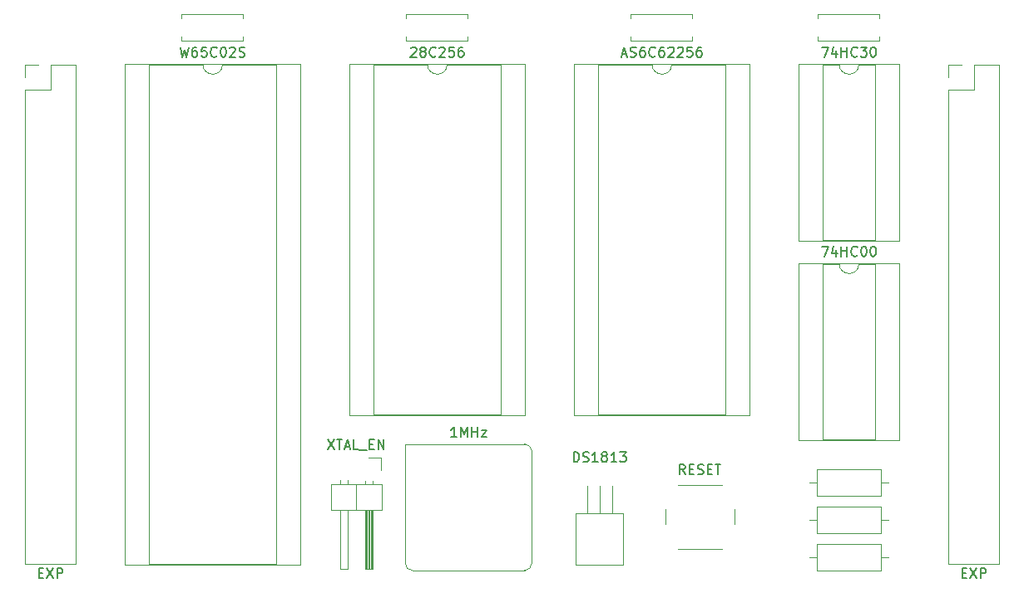
<source format=gbr>
%TF.GenerationSoftware,KiCad,Pcbnew,(5.1.8)-1*%
%TF.CreationDate,2020-12-27T09:28:02+00:00*%
%TF.ProjectId,main-board,6d61696e-2d62-46f6-9172-642e6b696361,rev?*%
%TF.SameCoordinates,Original*%
%TF.FileFunction,Legend,Top*%
%TF.FilePolarity,Positive*%
%FSLAX46Y46*%
G04 Gerber Fmt 4.6, Leading zero omitted, Abs format (unit mm)*
G04 Created by KiCad (PCBNEW (5.1.8)-1) date 2020-12-27 09:28:02*
%MOMM*%
%LPD*%
G01*
G04 APERTURE LIST*
%ADD10C,0.120000*%
%ADD11C,0.150000*%
G04 APERTURE END LIST*
D10*
%TO.C,R3*%
X150400000Y-81815000D02*
X150400000Y-84555000D01*
X150400000Y-84555000D02*
X156940000Y-84555000D01*
X156940000Y-84555000D02*
X156940000Y-81815000D01*
X156940000Y-81815000D02*
X150400000Y-81815000D01*
X149630000Y-83185000D02*
X150400000Y-83185000D01*
X157710000Y-83185000D02*
X156940000Y-83185000D01*
%TO.C,R1*%
X150400000Y-74195000D02*
X150400000Y-76935000D01*
X150400000Y-76935000D02*
X156940000Y-76935000D01*
X156940000Y-76935000D02*
X156940000Y-74195000D01*
X156940000Y-74195000D02*
X150400000Y-74195000D01*
X149630000Y-75565000D02*
X150400000Y-75565000D01*
X157710000Y-75565000D02*
X156940000Y-75565000D01*
%TO.C,C4*%
X150510000Y-27840000D02*
X156750000Y-27840000D01*
X150510000Y-30580000D02*
X156750000Y-30580000D01*
X150510000Y-27840000D02*
X150510000Y-28285000D01*
X150510000Y-30135000D02*
X150510000Y-30580000D01*
X156750000Y-27840000D02*
X156750000Y-28285000D01*
X156750000Y-30135000D02*
X156750000Y-30580000D01*
%TO.C,C3*%
X131460000Y-27840000D02*
X137700000Y-27840000D01*
X131460000Y-30580000D02*
X137700000Y-30580000D01*
X131460000Y-27840000D02*
X131460000Y-28285000D01*
X131460000Y-30135000D02*
X131460000Y-30580000D01*
X137700000Y-27840000D02*
X137700000Y-28285000D01*
X137700000Y-30135000D02*
X137700000Y-30580000D01*
%TO.C,C2*%
X108600000Y-27840000D02*
X114840000Y-27840000D01*
X108600000Y-30580000D02*
X114840000Y-30580000D01*
X108600000Y-27840000D02*
X108600000Y-28285000D01*
X108600000Y-30135000D02*
X108600000Y-30580000D01*
X114840000Y-27840000D02*
X114840000Y-28285000D01*
X114840000Y-30135000D02*
X114840000Y-30580000D01*
%TO.C,C1*%
X85740000Y-27840000D02*
X91980000Y-27840000D01*
X85740000Y-30580000D02*
X91980000Y-30580000D01*
X85740000Y-27840000D02*
X85740000Y-28285000D01*
X85740000Y-30135000D02*
X85740000Y-30580000D01*
X91980000Y-27840000D02*
X91980000Y-28285000D01*
X91980000Y-30135000D02*
X91980000Y-30580000D01*
%TO.C,U3*%
X133620000Y-32960000D02*
X128160000Y-32960000D01*
X128160000Y-32960000D02*
X128160000Y-68640000D01*
X128160000Y-68640000D02*
X141080000Y-68640000D01*
X141080000Y-68640000D02*
X141080000Y-32960000D01*
X141080000Y-32960000D02*
X135620000Y-32960000D01*
X125670000Y-32900000D02*
X125670000Y-68700000D01*
X125670000Y-68700000D02*
X143570000Y-68700000D01*
X143570000Y-68700000D02*
X143570000Y-32900000D01*
X143570000Y-32900000D02*
X125670000Y-32900000D01*
X135620000Y-32960000D02*
G75*
G02*
X133620000Y-32960000I-1000000J0D01*
G01*
%TO.C,J2*%
X163770000Y-32960000D02*
X165100000Y-32960000D01*
X163770000Y-34290000D02*
X163770000Y-32960000D01*
X166370000Y-32960000D02*
X168970000Y-32960000D01*
X166370000Y-35560000D02*
X166370000Y-32960000D01*
X163770000Y-35560000D02*
X166370000Y-35560000D01*
X168970000Y-32960000D02*
X168970000Y-83880000D01*
X163770000Y-35560000D02*
X163770000Y-83880000D01*
X163770000Y-83880000D02*
X168970000Y-83880000D01*
%TO.C,X1*%
X120635000Y-71655000D02*
X108485000Y-71655000D01*
X121385000Y-83805000D02*
X121385000Y-72405000D01*
X109235000Y-84555000D02*
X120635000Y-84555000D01*
X108485000Y-71655000D02*
X108485000Y-83805000D01*
X121385000Y-72405000D02*
G75*
G03*
X120635000Y-71655000I-750000J0D01*
G01*
X120635000Y-84555000D02*
G75*
G03*
X121385000Y-83805000I0J750000D01*
G01*
X108485000Y-83805000D02*
G75*
G03*
X109235000Y-84555000I750000J0D01*
G01*
%TO.C,U6*%
X127000000Y-75950000D02*
X127000000Y-78740000D01*
X128270000Y-75950000D02*
X128270000Y-78740000D01*
X129540000Y-75950000D02*
X129540000Y-78740000D01*
X125870000Y-78740000D02*
X130670000Y-78740000D01*
X130670000Y-78740000D02*
X130670000Y-83930000D01*
X130670000Y-83930000D02*
X125870000Y-83930000D01*
X125870000Y-83930000D02*
X125870000Y-78740000D01*
%TO.C,SW1*%
X136255000Y-82335000D02*
X140755000Y-82335000D01*
X135005000Y-78335000D02*
X135005000Y-79835000D01*
X140755000Y-75835000D02*
X136255000Y-75835000D01*
X142005000Y-79835000D02*
X142005000Y-78335000D01*
%TO.C,R2*%
X150400000Y-78005000D02*
X150400000Y-80745000D01*
X150400000Y-80745000D02*
X156940000Y-80745000D01*
X156940000Y-80745000D02*
X156940000Y-78005000D01*
X156940000Y-78005000D02*
X150400000Y-78005000D01*
X149630000Y-79375000D02*
X150400000Y-79375000D01*
X157710000Y-79375000D02*
X156940000Y-79375000D01*
%TO.C,JP1*%
X106045000Y-73025000D02*
X106045000Y-74295000D01*
X104775000Y-73025000D02*
X106045000Y-73025000D01*
X101855000Y-75337929D02*
X101855000Y-75735000D01*
X102615000Y-75337929D02*
X102615000Y-75735000D01*
X101855000Y-84395000D02*
X101855000Y-78395000D01*
X102615000Y-84395000D02*
X101855000Y-84395000D01*
X102615000Y-78395000D02*
X102615000Y-84395000D01*
X103505000Y-75735000D02*
X103505000Y-78395000D01*
X104395000Y-75405000D02*
X104395000Y-75735000D01*
X105155000Y-75405000D02*
X105155000Y-75735000D01*
X104495000Y-78395000D02*
X104495000Y-84395000D01*
X104615000Y-78395000D02*
X104615000Y-84395000D01*
X104735000Y-78395000D02*
X104735000Y-84395000D01*
X104855000Y-78395000D02*
X104855000Y-84395000D01*
X104975000Y-78395000D02*
X104975000Y-84395000D01*
X105095000Y-78395000D02*
X105095000Y-84395000D01*
X104395000Y-84395000D02*
X104395000Y-78395000D01*
X105155000Y-84395000D02*
X104395000Y-84395000D01*
X105155000Y-78395000D02*
X105155000Y-84395000D01*
X106105000Y-78395000D02*
X106105000Y-75735000D01*
X100905000Y-78395000D02*
X106105000Y-78395000D01*
X100905000Y-75735000D02*
X100905000Y-78395000D01*
X106105000Y-75735000D02*
X100905000Y-75735000D01*
%TO.C,U5*%
X152670000Y-53280000D02*
X151020000Y-53280000D01*
X151020000Y-53280000D02*
X151020000Y-71180000D01*
X151020000Y-71180000D02*
X156320000Y-71180000D01*
X156320000Y-71180000D02*
X156320000Y-53280000D01*
X156320000Y-53280000D02*
X154670000Y-53280000D01*
X148530000Y-53220000D02*
X148530000Y-71240000D01*
X148530000Y-71240000D02*
X158810000Y-71240000D01*
X158810000Y-71240000D02*
X158810000Y-53220000D01*
X158810000Y-53220000D02*
X148530000Y-53220000D01*
X154670000Y-53280000D02*
G75*
G02*
X152670000Y-53280000I-1000000J0D01*
G01*
%TO.C,U4*%
X152670000Y-32960000D02*
X151020000Y-32960000D01*
X151020000Y-32960000D02*
X151020000Y-50860000D01*
X151020000Y-50860000D02*
X156320000Y-50860000D01*
X156320000Y-50860000D02*
X156320000Y-32960000D01*
X156320000Y-32960000D02*
X154670000Y-32960000D01*
X148530000Y-32900000D02*
X148530000Y-50920000D01*
X148530000Y-50920000D02*
X158810000Y-50920000D01*
X158810000Y-50920000D02*
X158810000Y-32900000D01*
X158810000Y-32900000D02*
X148530000Y-32900000D01*
X154670000Y-32960000D02*
G75*
G02*
X152670000Y-32960000I-1000000J0D01*
G01*
%TO.C,U2*%
X110760000Y-32960000D02*
X105300000Y-32960000D01*
X105300000Y-32960000D02*
X105300000Y-68640000D01*
X105300000Y-68640000D02*
X118220000Y-68640000D01*
X118220000Y-68640000D02*
X118220000Y-32960000D01*
X118220000Y-32960000D02*
X112760000Y-32960000D01*
X102810000Y-32900000D02*
X102810000Y-68700000D01*
X102810000Y-68700000D02*
X120710000Y-68700000D01*
X120710000Y-68700000D02*
X120710000Y-32900000D01*
X120710000Y-32900000D02*
X102810000Y-32900000D01*
X112760000Y-32960000D02*
G75*
G02*
X110760000Y-32960000I-1000000J0D01*
G01*
%TO.C,U1*%
X87900000Y-32960000D02*
X82440000Y-32960000D01*
X82440000Y-32960000D02*
X82440000Y-83880000D01*
X82440000Y-83880000D02*
X95360000Y-83880000D01*
X95360000Y-83880000D02*
X95360000Y-32960000D01*
X95360000Y-32960000D02*
X89900000Y-32960000D01*
X79950000Y-32900000D02*
X79950000Y-83940000D01*
X79950000Y-83940000D02*
X97850000Y-83940000D01*
X97850000Y-83940000D02*
X97850000Y-32900000D01*
X97850000Y-32900000D02*
X79950000Y-32900000D01*
X89900000Y-32960000D02*
G75*
G02*
X87900000Y-32960000I-1000000J0D01*
G01*
%TO.C,J1*%
X69790000Y-32960000D02*
X71120000Y-32960000D01*
X69790000Y-34290000D02*
X69790000Y-32960000D01*
X72390000Y-32960000D02*
X74990000Y-32960000D01*
X72390000Y-35560000D02*
X72390000Y-32960000D01*
X69790000Y-35560000D02*
X72390000Y-35560000D01*
X74990000Y-32960000D02*
X74990000Y-83880000D01*
X69790000Y-35560000D02*
X69790000Y-83880000D01*
X69790000Y-83880000D02*
X74990000Y-83880000D01*
%TO.C,U3*%
D11*
X130548571Y-31916666D02*
X131024761Y-31916666D01*
X130453333Y-32202380D02*
X130786666Y-31202380D01*
X131120000Y-32202380D01*
X131405714Y-32154761D02*
X131548571Y-32202380D01*
X131786666Y-32202380D01*
X131881904Y-32154761D01*
X131929523Y-32107142D01*
X131977142Y-32011904D01*
X131977142Y-31916666D01*
X131929523Y-31821428D01*
X131881904Y-31773809D01*
X131786666Y-31726190D01*
X131596190Y-31678571D01*
X131500952Y-31630952D01*
X131453333Y-31583333D01*
X131405714Y-31488095D01*
X131405714Y-31392857D01*
X131453333Y-31297619D01*
X131500952Y-31250000D01*
X131596190Y-31202380D01*
X131834285Y-31202380D01*
X131977142Y-31250000D01*
X132834285Y-31202380D02*
X132643809Y-31202380D01*
X132548571Y-31250000D01*
X132500952Y-31297619D01*
X132405714Y-31440476D01*
X132358095Y-31630952D01*
X132358095Y-32011904D01*
X132405714Y-32107142D01*
X132453333Y-32154761D01*
X132548571Y-32202380D01*
X132739047Y-32202380D01*
X132834285Y-32154761D01*
X132881904Y-32107142D01*
X132929523Y-32011904D01*
X132929523Y-31773809D01*
X132881904Y-31678571D01*
X132834285Y-31630952D01*
X132739047Y-31583333D01*
X132548571Y-31583333D01*
X132453333Y-31630952D01*
X132405714Y-31678571D01*
X132358095Y-31773809D01*
X133929523Y-32107142D02*
X133881904Y-32154761D01*
X133739047Y-32202380D01*
X133643809Y-32202380D01*
X133500952Y-32154761D01*
X133405714Y-32059523D01*
X133358095Y-31964285D01*
X133310476Y-31773809D01*
X133310476Y-31630952D01*
X133358095Y-31440476D01*
X133405714Y-31345238D01*
X133500952Y-31250000D01*
X133643809Y-31202380D01*
X133739047Y-31202380D01*
X133881904Y-31250000D01*
X133929523Y-31297619D01*
X134786666Y-31202380D02*
X134596190Y-31202380D01*
X134500952Y-31250000D01*
X134453333Y-31297619D01*
X134358095Y-31440476D01*
X134310476Y-31630952D01*
X134310476Y-32011904D01*
X134358095Y-32107142D01*
X134405714Y-32154761D01*
X134500952Y-32202380D01*
X134691428Y-32202380D01*
X134786666Y-32154761D01*
X134834285Y-32107142D01*
X134881904Y-32011904D01*
X134881904Y-31773809D01*
X134834285Y-31678571D01*
X134786666Y-31630952D01*
X134691428Y-31583333D01*
X134500952Y-31583333D01*
X134405714Y-31630952D01*
X134358095Y-31678571D01*
X134310476Y-31773809D01*
X135262857Y-31297619D02*
X135310476Y-31250000D01*
X135405714Y-31202380D01*
X135643809Y-31202380D01*
X135739047Y-31250000D01*
X135786666Y-31297619D01*
X135834285Y-31392857D01*
X135834285Y-31488095D01*
X135786666Y-31630952D01*
X135215238Y-32202380D01*
X135834285Y-32202380D01*
X136215238Y-31297619D02*
X136262857Y-31250000D01*
X136358095Y-31202380D01*
X136596190Y-31202380D01*
X136691428Y-31250000D01*
X136739047Y-31297619D01*
X136786666Y-31392857D01*
X136786666Y-31488095D01*
X136739047Y-31630952D01*
X136167619Y-32202380D01*
X136786666Y-32202380D01*
X137691428Y-31202380D02*
X137215238Y-31202380D01*
X137167619Y-31678571D01*
X137215238Y-31630952D01*
X137310476Y-31583333D01*
X137548571Y-31583333D01*
X137643809Y-31630952D01*
X137691428Y-31678571D01*
X137739047Y-31773809D01*
X137739047Y-32011904D01*
X137691428Y-32107142D01*
X137643809Y-32154761D01*
X137548571Y-32202380D01*
X137310476Y-32202380D01*
X137215238Y-32154761D01*
X137167619Y-32107142D01*
X138596190Y-31202380D02*
X138405714Y-31202380D01*
X138310476Y-31250000D01*
X138262857Y-31297619D01*
X138167619Y-31440476D01*
X138120000Y-31630952D01*
X138120000Y-32011904D01*
X138167619Y-32107142D01*
X138215238Y-32154761D01*
X138310476Y-32202380D01*
X138500952Y-32202380D01*
X138596190Y-32154761D01*
X138643809Y-32107142D01*
X138691428Y-32011904D01*
X138691428Y-31773809D01*
X138643809Y-31678571D01*
X138596190Y-31630952D01*
X138500952Y-31583333D01*
X138310476Y-31583333D01*
X138215238Y-31630952D01*
X138167619Y-31678571D01*
X138120000Y-31773809D01*
%TO.C,J2*%
X165179523Y-84808571D02*
X165512857Y-84808571D01*
X165655714Y-85332380D02*
X165179523Y-85332380D01*
X165179523Y-84332380D01*
X165655714Y-84332380D01*
X165989047Y-84332380D02*
X166655714Y-85332380D01*
X166655714Y-84332380D02*
X165989047Y-85332380D01*
X167036666Y-85332380D02*
X167036666Y-84332380D01*
X167417619Y-84332380D01*
X167512857Y-84380000D01*
X167560476Y-84427619D01*
X167608095Y-84522857D01*
X167608095Y-84665714D01*
X167560476Y-84760952D01*
X167512857Y-84808571D01*
X167417619Y-84856190D01*
X167036666Y-84856190D01*
%TO.C,X1*%
X113720714Y-70937380D02*
X113149285Y-70937380D01*
X113435000Y-70937380D02*
X113435000Y-69937380D01*
X113339761Y-70080238D01*
X113244523Y-70175476D01*
X113149285Y-70223095D01*
X114149285Y-70937380D02*
X114149285Y-69937380D01*
X114482619Y-70651666D01*
X114815952Y-69937380D01*
X114815952Y-70937380D01*
X115292142Y-70937380D02*
X115292142Y-69937380D01*
X115292142Y-70413571D02*
X115863571Y-70413571D01*
X115863571Y-70937380D02*
X115863571Y-69937380D01*
X116244523Y-70270714D02*
X116768333Y-70270714D01*
X116244523Y-70937380D01*
X116768333Y-70937380D01*
%TO.C,U6*%
X125627142Y-73477380D02*
X125627142Y-72477380D01*
X125865238Y-72477380D01*
X126008095Y-72525000D01*
X126103333Y-72620238D01*
X126150952Y-72715476D01*
X126198571Y-72905952D01*
X126198571Y-73048809D01*
X126150952Y-73239285D01*
X126103333Y-73334523D01*
X126008095Y-73429761D01*
X125865238Y-73477380D01*
X125627142Y-73477380D01*
X126579523Y-73429761D02*
X126722380Y-73477380D01*
X126960476Y-73477380D01*
X127055714Y-73429761D01*
X127103333Y-73382142D01*
X127150952Y-73286904D01*
X127150952Y-73191666D01*
X127103333Y-73096428D01*
X127055714Y-73048809D01*
X126960476Y-73001190D01*
X126770000Y-72953571D01*
X126674761Y-72905952D01*
X126627142Y-72858333D01*
X126579523Y-72763095D01*
X126579523Y-72667857D01*
X126627142Y-72572619D01*
X126674761Y-72525000D01*
X126770000Y-72477380D01*
X127008095Y-72477380D01*
X127150952Y-72525000D01*
X128103333Y-73477380D02*
X127531904Y-73477380D01*
X127817619Y-73477380D02*
X127817619Y-72477380D01*
X127722380Y-72620238D01*
X127627142Y-72715476D01*
X127531904Y-72763095D01*
X128674761Y-72905952D02*
X128579523Y-72858333D01*
X128531904Y-72810714D01*
X128484285Y-72715476D01*
X128484285Y-72667857D01*
X128531904Y-72572619D01*
X128579523Y-72525000D01*
X128674761Y-72477380D01*
X128865238Y-72477380D01*
X128960476Y-72525000D01*
X129008095Y-72572619D01*
X129055714Y-72667857D01*
X129055714Y-72715476D01*
X129008095Y-72810714D01*
X128960476Y-72858333D01*
X128865238Y-72905952D01*
X128674761Y-72905952D01*
X128579523Y-72953571D01*
X128531904Y-73001190D01*
X128484285Y-73096428D01*
X128484285Y-73286904D01*
X128531904Y-73382142D01*
X128579523Y-73429761D01*
X128674761Y-73477380D01*
X128865238Y-73477380D01*
X128960476Y-73429761D01*
X129008095Y-73382142D01*
X129055714Y-73286904D01*
X129055714Y-73096428D01*
X129008095Y-73001190D01*
X128960476Y-72953571D01*
X128865238Y-72905952D01*
X130008095Y-73477380D02*
X129436666Y-73477380D01*
X129722380Y-73477380D02*
X129722380Y-72477380D01*
X129627142Y-72620238D01*
X129531904Y-72715476D01*
X129436666Y-72763095D01*
X130341428Y-72477380D02*
X130960476Y-72477380D01*
X130627142Y-72858333D01*
X130770000Y-72858333D01*
X130865238Y-72905952D01*
X130912857Y-72953571D01*
X130960476Y-73048809D01*
X130960476Y-73286904D01*
X130912857Y-73382142D01*
X130865238Y-73429761D01*
X130770000Y-73477380D01*
X130484285Y-73477380D01*
X130389047Y-73429761D01*
X130341428Y-73382142D01*
%TO.C,SW1*%
X136977619Y-74747380D02*
X136644285Y-74271190D01*
X136406190Y-74747380D02*
X136406190Y-73747380D01*
X136787142Y-73747380D01*
X136882380Y-73795000D01*
X136930000Y-73842619D01*
X136977619Y-73937857D01*
X136977619Y-74080714D01*
X136930000Y-74175952D01*
X136882380Y-74223571D01*
X136787142Y-74271190D01*
X136406190Y-74271190D01*
X137406190Y-74223571D02*
X137739523Y-74223571D01*
X137882380Y-74747380D02*
X137406190Y-74747380D01*
X137406190Y-73747380D01*
X137882380Y-73747380D01*
X138263333Y-74699761D02*
X138406190Y-74747380D01*
X138644285Y-74747380D01*
X138739523Y-74699761D01*
X138787142Y-74652142D01*
X138834761Y-74556904D01*
X138834761Y-74461666D01*
X138787142Y-74366428D01*
X138739523Y-74318809D01*
X138644285Y-74271190D01*
X138453809Y-74223571D01*
X138358571Y-74175952D01*
X138310952Y-74128333D01*
X138263333Y-74033095D01*
X138263333Y-73937857D01*
X138310952Y-73842619D01*
X138358571Y-73795000D01*
X138453809Y-73747380D01*
X138691904Y-73747380D01*
X138834761Y-73795000D01*
X139263333Y-74223571D02*
X139596666Y-74223571D01*
X139739523Y-74747380D02*
X139263333Y-74747380D01*
X139263333Y-73747380D01*
X139739523Y-73747380D01*
X140025238Y-73747380D02*
X140596666Y-73747380D01*
X140310952Y-74747380D02*
X140310952Y-73747380D01*
%TO.C,JP1*%
X100600238Y-71207380D02*
X101266904Y-72207380D01*
X101266904Y-71207380D02*
X100600238Y-72207380D01*
X101505000Y-71207380D02*
X102076428Y-71207380D01*
X101790714Y-72207380D02*
X101790714Y-71207380D01*
X102362142Y-71921666D02*
X102838333Y-71921666D01*
X102266904Y-72207380D02*
X102600238Y-71207380D01*
X102933571Y-72207380D01*
X103743095Y-72207380D02*
X103266904Y-72207380D01*
X103266904Y-71207380D01*
X103838333Y-72302619D02*
X104600238Y-72302619D01*
X104838333Y-71683571D02*
X105171666Y-71683571D01*
X105314523Y-72207380D02*
X104838333Y-72207380D01*
X104838333Y-71207380D01*
X105314523Y-71207380D01*
X105743095Y-72207380D02*
X105743095Y-71207380D01*
X106314523Y-72207380D01*
X106314523Y-71207380D01*
%TO.C,U5*%
X150884285Y-51522380D02*
X151550952Y-51522380D01*
X151122380Y-52522380D01*
X152360476Y-51855714D02*
X152360476Y-52522380D01*
X152122380Y-51474761D02*
X151884285Y-52189047D01*
X152503333Y-52189047D01*
X152884285Y-52522380D02*
X152884285Y-51522380D01*
X152884285Y-51998571D02*
X153455714Y-51998571D01*
X153455714Y-52522380D02*
X153455714Y-51522380D01*
X154503333Y-52427142D02*
X154455714Y-52474761D01*
X154312857Y-52522380D01*
X154217619Y-52522380D01*
X154074761Y-52474761D01*
X153979523Y-52379523D01*
X153931904Y-52284285D01*
X153884285Y-52093809D01*
X153884285Y-51950952D01*
X153931904Y-51760476D01*
X153979523Y-51665238D01*
X154074761Y-51570000D01*
X154217619Y-51522380D01*
X154312857Y-51522380D01*
X154455714Y-51570000D01*
X154503333Y-51617619D01*
X155122380Y-51522380D02*
X155217619Y-51522380D01*
X155312857Y-51570000D01*
X155360476Y-51617619D01*
X155408095Y-51712857D01*
X155455714Y-51903333D01*
X155455714Y-52141428D01*
X155408095Y-52331904D01*
X155360476Y-52427142D01*
X155312857Y-52474761D01*
X155217619Y-52522380D01*
X155122380Y-52522380D01*
X155027142Y-52474761D01*
X154979523Y-52427142D01*
X154931904Y-52331904D01*
X154884285Y-52141428D01*
X154884285Y-51903333D01*
X154931904Y-51712857D01*
X154979523Y-51617619D01*
X155027142Y-51570000D01*
X155122380Y-51522380D01*
X156074761Y-51522380D02*
X156170000Y-51522380D01*
X156265238Y-51570000D01*
X156312857Y-51617619D01*
X156360476Y-51712857D01*
X156408095Y-51903333D01*
X156408095Y-52141428D01*
X156360476Y-52331904D01*
X156312857Y-52427142D01*
X156265238Y-52474761D01*
X156170000Y-52522380D01*
X156074761Y-52522380D01*
X155979523Y-52474761D01*
X155931904Y-52427142D01*
X155884285Y-52331904D01*
X155836666Y-52141428D01*
X155836666Y-51903333D01*
X155884285Y-51712857D01*
X155931904Y-51617619D01*
X155979523Y-51570000D01*
X156074761Y-51522380D01*
%TO.C,U4*%
X150884285Y-31202380D02*
X151550952Y-31202380D01*
X151122380Y-32202380D01*
X152360476Y-31535714D02*
X152360476Y-32202380D01*
X152122380Y-31154761D02*
X151884285Y-31869047D01*
X152503333Y-31869047D01*
X152884285Y-32202380D02*
X152884285Y-31202380D01*
X152884285Y-31678571D02*
X153455714Y-31678571D01*
X153455714Y-32202380D02*
X153455714Y-31202380D01*
X154503333Y-32107142D02*
X154455714Y-32154761D01*
X154312857Y-32202380D01*
X154217619Y-32202380D01*
X154074761Y-32154761D01*
X153979523Y-32059523D01*
X153931904Y-31964285D01*
X153884285Y-31773809D01*
X153884285Y-31630952D01*
X153931904Y-31440476D01*
X153979523Y-31345238D01*
X154074761Y-31250000D01*
X154217619Y-31202380D01*
X154312857Y-31202380D01*
X154455714Y-31250000D01*
X154503333Y-31297619D01*
X154836666Y-31202380D02*
X155455714Y-31202380D01*
X155122380Y-31583333D01*
X155265238Y-31583333D01*
X155360476Y-31630952D01*
X155408095Y-31678571D01*
X155455714Y-31773809D01*
X155455714Y-32011904D01*
X155408095Y-32107142D01*
X155360476Y-32154761D01*
X155265238Y-32202380D01*
X154979523Y-32202380D01*
X154884285Y-32154761D01*
X154836666Y-32107142D01*
X156074761Y-31202380D02*
X156170000Y-31202380D01*
X156265238Y-31250000D01*
X156312857Y-31297619D01*
X156360476Y-31392857D01*
X156408095Y-31583333D01*
X156408095Y-31821428D01*
X156360476Y-32011904D01*
X156312857Y-32107142D01*
X156265238Y-32154761D01*
X156170000Y-32202380D01*
X156074761Y-32202380D01*
X155979523Y-32154761D01*
X155931904Y-32107142D01*
X155884285Y-32011904D01*
X155836666Y-31821428D01*
X155836666Y-31583333D01*
X155884285Y-31392857D01*
X155931904Y-31297619D01*
X155979523Y-31250000D01*
X156074761Y-31202380D01*
%TO.C,U2*%
X109069523Y-31297619D02*
X109117142Y-31250000D01*
X109212380Y-31202380D01*
X109450476Y-31202380D01*
X109545714Y-31250000D01*
X109593333Y-31297619D01*
X109640952Y-31392857D01*
X109640952Y-31488095D01*
X109593333Y-31630952D01*
X109021904Y-32202380D01*
X109640952Y-32202380D01*
X110212380Y-31630952D02*
X110117142Y-31583333D01*
X110069523Y-31535714D01*
X110021904Y-31440476D01*
X110021904Y-31392857D01*
X110069523Y-31297619D01*
X110117142Y-31250000D01*
X110212380Y-31202380D01*
X110402857Y-31202380D01*
X110498095Y-31250000D01*
X110545714Y-31297619D01*
X110593333Y-31392857D01*
X110593333Y-31440476D01*
X110545714Y-31535714D01*
X110498095Y-31583333D01*
X110402857Y-31630952D01*
X110212380Y-31630952D01*
X110117142Y-31678571D01*
X110069523Y-31726190D01*
X110021904Y-31821428D01*
X110021904Y-32011904D01*
X110069523Y-32107142D01*
X110117142Y-32154761D01*
X110212380Y-32202380D01*
X110402857Y-32202380D01*
X110498095Y-32154761D01*
X110545714Y-32107142D01*
X110593333Y-32011904D01*
X110593333Y-31821428D01*
X110545714Y-31726190D01*
X110498095Y-31678571D01*
X110402857Y-31630952D01*
X111593333Y-32107142D02*
X111545714Y-32154761D01*
X111402857Y-32202380D01*
X111307619Y-32202380D01*
X111164761Y-32154761D01*
X111069523Y-32059523D01*
X111021904Y-31964285D01*
X110974285Y-31773809D01*
X110974285Y-31630952D01*
X111021904Y-31440476D01*
X111069523Y-31345238D01*
X111164761Y-31250000D01*
X111307619Y-31202380D01*
X111402857Y-31202380D01*
X111545714Y-31250000D01*
X111593333Y-31297619D01*
X111974285Y-31297619D02*
X112021904Y-31250000D01*
X112117142Y-31202380D01*
X112355238Y-31202380D01*
X112450476Y-31250000D01*
X112498095Y-31297619D01*
X112545714Y-31392857D01*
X112545714Y-31488095D01*
X112498095Y-31630952D01*
X111926666Y-32202380D01*
X112545714Y-32202380D01*
X113450476Y-31202380D02*
X112974285Y-31202380D01*
X112926666Y-31678571D01*
X112974285Y-31630952D01*
X113069523Y-31583333D01*
X113307619Y-31583333D01*
X113402857Y-31630952D01*
X113450476Y-31678571D01*
X113498095Y-31773809D01*
X113498095Y-32011904D01*
X113450476Y-32107142D01*
X113402857Y-32154761D01*
X113307619Y-32202380D01*
X113069523Y-32202380D01*
X112974285Y-32154761D01*
X112926666Y-32107142D01*
X114355238Y-31202380D02*
X114164761Y-31202380D01*
X114069523Y-31250000D01*
X114021904Y-31297619D01*
X113926666Y-31440476D01*
X113879047Y-31630952D01*
X113879047Y-32011904D01*
X113926666Y-32107142D01*
X113974285Y-32154761D01*
X114069523Y-32202380D01*
X114260000Y-32202380D01*
X114355238Y-32154761D01*
X114402857Y-32107142D01*
X114450476Y-32011904D01*
X114450476Y-31773809D01*
X114402857Y-31678571D01*
X114355238Y-31630952D01*
X114260000Y-31583333D01*
X114069523Y-31583333D01*
X113974285Y-31630952D01*
X113926666Y-31678571D01*
X113879047Y-31773809D01*
%TO.C,U1*%
X85590476Y-31202380D02*
X85828571Y-32202380D01*
X86019047Y-31488095D01*
X86209523Y-32202380D01*
X86447619Y-31202380D01*
X87257142Y-31202380D02*
X87066666Y-31202380D01*
X86971428Y-31250000D01*
X86923809Y-31297619D01*
X86828571Y-31440476D01*
X86780952Y-31630952D01*
X86780952Y-32011904D01*
X86828571Y-32107142D01*
X86876190Y-32154761D01*
X86971428Y-32202380D01*
X87161904Y-32202380D01*
X87257142Y-32154761D01*
X87304761Y-32107142D01*
X87352380Y-32011904D01*
X87352380Y-31773809D01*
X87304761Y-31678571D01*
X87257142Y-31630952D01*
X87161904Y-31583333D01*
X86971428Y-31583333D01*
X86876190Y-31630952D01*
X86828571Y-31678571D01*
X86780952Y-31773809D01*
X88257142Y-31202380D02*
X87780952Y-31202380D01*
X87733333Y-31678571D01*
X87780952Y-31630952D01*
X87876190Y-31583333D01*
X88114285Y-31583333D01*
X88209523Y-31630952D01*
X88257142Y-31678571D01*
X88304761Y-31773809D01*
X88304761Y-32011904D01*
X88257142Y-32107142D01*
X88209523Y-32154761D01*
X88114285Y-32202380D01*
X87876190Y-32202380D01*
X87780952Y-32154761D01*
X87733333Y-32107142D01*
X89304761Y-32107142D02*
X89257142Y-32154761D01*
X89114285Y-32202380D01*
X89019047Y-32202380D01*
X88876190Y-32154761D01*
X88780952Y-32059523D01*
X88733333Y-31964285D01*
X88685714Y-31773809D01*
X88685714Y-31630952D01*
X88733333Y-31440476D01*
X88780952Y-31345238D01*
X88876190Y-31250000D01*
X89019047Y-31202380D01*
X89114285Y-31202380D01*
X89257142Y-31250000D01*
X89304761Y-31297619D01*
X89923809Y-31202380D02*
X90019047Y-31202380D01*
X90114285Y-31250000D01*
X90161904Y-31297619D01*
X90209523Y-31392857D01*
X90257142Y-31583333D01*
X90257142Y-31821428D01*
X90209523Y-32011904D01*
X90161904Y-32107142D01*
X90114285Y-32154761D01*
X90019047Y-32202380D01*
X89923809Y-32202380D01*
X89828571Y-32154761D01*
X89780952Y-32107142D01*
X89733333Y-32011904D01*
X89685714Y-31821428D01*
X89685714Y-31583333D01*
X89733333Y-31392857D01*
X89780952Y-31297619D01*
X89828571Y-31250000D01*
X89923809Y-31202380D01*
X90638095Y-31297619D02*
X90685714Y-31250000D01*
X90780952Y-31202380D01*
X91019047Y-31202380D01*
X91114285Y-31250000D01*
X91161904Y-31297619D01*
X91209523Y-31392857D01*
X91209523Y-31488095D01*
X91161904Y-31630952D01*
X90590476Y-32202380D01*
X91209523Y-32202380D01*
X91590476Y-32154761D02*
X91733333Y-32202380D01*
X91971428Y-32202380D01*
X92066666Y-32154761D01*
X92114285Y-32107142D01*
X92161904Y-32011904D01*
X92161904Y-31916666D01*
X92114285Y-31821428D01*
X92066666Y-31773809D01*
X91971428Y-31726190D01*
X91780952Y-31678571D01*
X91685714Y-31630952D01*
X91638095Y-31583333D01*
X91590476Y-31488095D01*
X91590476Y-31392857D01*
X91638095Y-31297619D01*
X91685714Y-31250000D01*
X91780952Y-31202380D01*
X92019047Y-31202380D01*
X92161904Y-31250000D01*
%TO.C,J1*%
X71199523Y-84808571D02*
X71532857Y-84808571D01*
X71675714Y-85332380D02*
X71199523Y-85332380D01*
X71199523Y-84332380D01*
X71675714Y-84332380D01*
X72009047Y-84332380D02*
X72675714Y-85332380D01*
X72675714Y-84332380D02*
X72009047Y-85332380D01*
X73056666Y-85332380D02*
X73056666Y-84332380D01*
X73437619Y-84332380D01*
X73532857Y-84380000D01*
X73580476Y-84427619D01*
X73628095Y-84522857D01*
X73628095Y-84665714D01*
X73580476Y-84760952D01*
X73532857Y-84808571D01*
X73437619Y-84856190D01*
X73056666Y-84856190D01*
%TD*%
M02*

</source>
